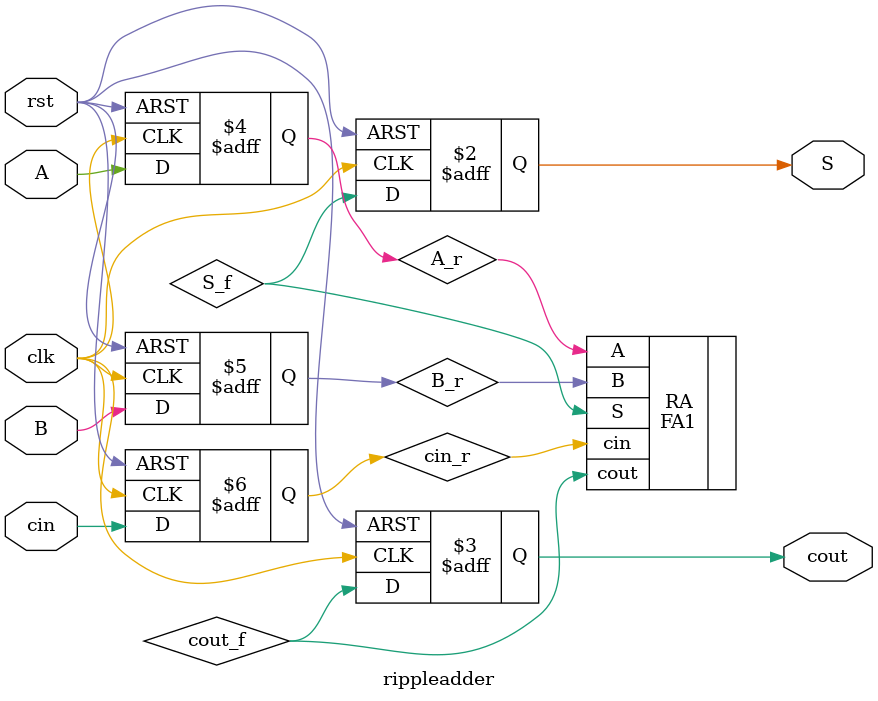
<source format=v>
`timescale 1ns / 1ps


module rippleadder(
    input A,
    input B,
    input cin,
    input clk,
    input rst,
    output reg S,
    output reg cout
    );
    wire S_f,cout_f;
    reg A_r,B_r,cin_r;
   FA1 RA (.A(A_r),.B(B_r),.cin(cin_r),.S(S_f),.cout(cout_f));
    
    always @(posedge clk,posedge rst)
     begin
     if(rst)
        begin
          A_r <= 1'b0;
          B_r <= 1'b0;
          cin_r <=1'b0;
          S<=0;
         cout<=0;
        end 
      else
        begin
          A_r <= A;
          B_r <= B;
          cin_r <= cin;
          S<=S_f;
          cout<=cout_f;
         end
      end      
endmodule

</source>
